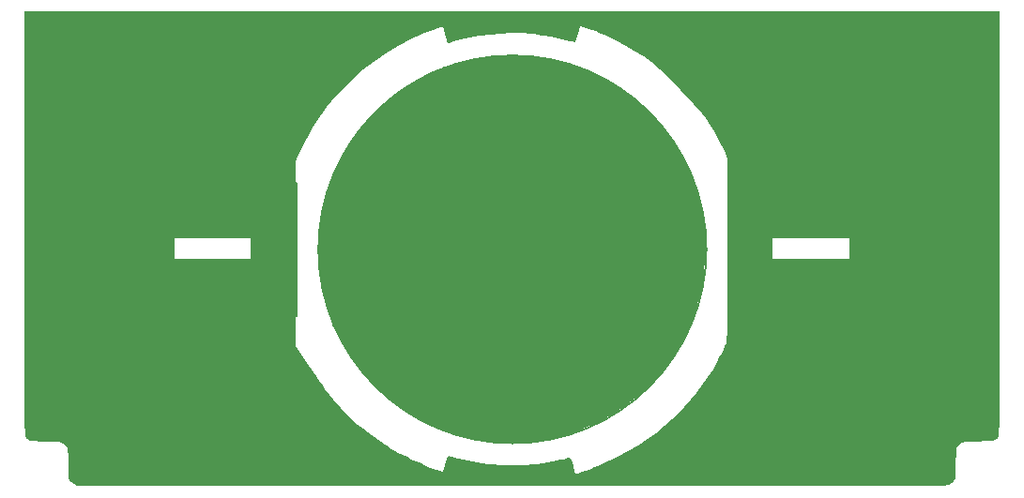
<source format=gto>
G04 (created by PCBNEW (2013-07-07 BZR 4022)-stable) date 21/03/2014 11:29:29*
%MOIN*%
G04 Gerber Fmt 3.4, Leading zero omitted, Abs format*
%FSLAX34Y34*%
G01*
G70*
G90*
G04 APERTURE LIST*
%ADD10C,0.00590551*%
%ADD11C,0.0001*%
G04 APERTURE END LIST*
G54D10*
G54D11*
G36*
X91429Y-49872D02*
X91423Y-57384D01*
X91422Y-58102D01*
X91421Y-58774D01*
X91421Y-59399D01*
X91421Y-59981D01*
X91420Y-60520D01*
X91419Y-61018D01*
X91419Y-61477D01*
X91418Y-61899D01*
X91417Y-62285D01*
X91416Y-62637D01*
X91416Y-62955D01*
X91414Y-63243D01*
X91413Y-63502D01*
X91412Y-63733D01*
X91410Y-63937D01*
X91409Y-64118D01*
X91408Y-64275D01*
X91406Y-64410D01*
X91404Y-64527D01*
X91402Y-64625D01*
X91399Y-64708D01*
X91397Y-64774D01*
X91394Y-64829D01*
X91391Y-64871D01*
X91388Y-64903D01*
X91385Y-64928D01*
X91381Y-64946D01*
X91377Y-64958D01*
X91373Y-64968D01*
X91370Y-64972D01*
X91337Y-65023D01*
X91301Y-65063D01*
X91256Y-65092D01*
X91197Y-65114D01*
X91116Y-65129D01*
X91006Y-65140D01*
X90862Y-65146D01*
X90676Y-65151D01*
X90634Y-65153D01*
X90457Y-65157D01*
X90323Y-65161D01*
X90224Y-65166D01*
X90153Y-65172D01*
X90104Y-65181D01*
X90070Y-65192D01*
X90042Y-65207D01*
X90024Y-65221D01*
X89978Y-65258D01*
X89943Y-65293D01*
X89916Y-65332D01*
X89897Y-65384D01*
X89885Y-65453D01*
X89876Y-65547D01*
X89870Y-65674D01*
X89866Y-65840D01*
X89864Y-65924D01*
X89852Y-66464D01*
X89781Y-66557D01*
X89709Y-66629D01*
X89619Y-66687D01*
X89602Y-66695D01*
X89594Y-66698D01*
X89585Y-66701D01*
X89572Y-66704D01*
X89555Y-66707D01*
X89533Y-66709D01*
X89506Y-66712D01*
X89470Y-66714D01*
X89427Y-66717D01*
X89374Y-66719D01*
X89309Y-66720D01*
X89233Y-66722D01*
X89144Y-66724D01*
X89041Y-66725D01*
X88922Y-66728D01*
X88787Y-66728D01*
X88634Y-66730D01*
X88463Y-66731D01*
X88272Y-66732D01*
X88060Y-66733D01*
X87826Y-66734D01*
X87568Y-66735D01*
X87287Y-66736D01*
X86979Y-66736D01*
X86645Y-66737D01*
X86283Y-66738D01*
X86074Y-66738D01*
X86074Y-58674D01*
X86074Y-58307D01*
X86074Y-57940D01*
X84717Y-57940D01*
X83360Y-57940D01*
X83360Y-58307D01*
X83360Y-58674D01*
X84717Y-58674D01*
X86074Y-58674D01*
X86074Y-66738D01*
X85893Y-66739D01*
X85472Y-66739D01*
X85020Y-66739D01*
X84536Y-66739D01*
X84019Y-66740D01*
X83467Y-66740D01*
X82879Y-66740D01*
X82254Y-66740D01*
X81747Y-66740D01*
X81747Y-55086D01*
X81640Y-54844D01*
X81574Y-54703D01*
X81485Y-54532D01*
X81382Y-54341D01*
X81269Y-54142D01*
X81153Y-53946D01*
X81041Y-53762D01*
X80938Y-53602D01*
X80861Y-53492D01*
X80791Y-53404D01*
X80690Y-53288D01*
X80564Y-53149D01*
X80418Y-52993D01*
X80257Y-52824D01*
X80086Y-52648D01*
X79910Y-52471D01*
X79735Y-52296D01*
X79565Y-52131D01*
X79407Y-51980D01*
X79264Y-51847D01*
X79143Y-51740D01*
X79054Y-51665D01*
X78791Y-51474D01*
X78494Y-51285D01*
X78161Y-51095D01*
X77787Y-50904D01*
X77369Y-50708D01*
X77175Y-50622D01*
X77072Y-50580D01*
X76958Y-50534D01*
X76841Y-50491D01*
X76730Y-50451D01*
X76635Y-50419D01*
X76564Y-50398D01*
X76527Y-50391D01*
X76524Y-50392D01*
X76516Y-50416D01*
X76498Y-50478D01*
X76472Y-50567D01*
X76444Y-50664D01*
X76413Y-50772D01*
X76384Y-50863D01*
X76361Y-50927D01*
X76350Y-50951D01*
X76321Y-50951D01*
X76253Y-50940D01*
X76153Y-50921D01*
X76030Y-50894D01*
X75903Y-50863D01*
X75754Y-50827D01*
X75612Y-50794D01*
X75486Y-50767D01*
X75389Y-50748D01*
X75341Y-50741D01*
X75266Y-50731D01*
X75158Y-50717D01*
X75026Y-50698D01*
X74887Y-50679D01*
X74852Y-50674D01*
X74694Y-50654D01*
X74555Y-50640D01*
X74417Y-50634D01*
X74266Y-50632D01*
X74082Y-50636D01*
X74069Y-50637D01*
X73690Y-50656D01*
X73310Y-50690D01*
X72939Y-50739D01*
X72589Y-50799D01*
X72268Y-50871D01*
X72028Y-50938D01*
X71930Y-50967D01*
X71868Y-50981D01*
X71831Y-50981D01*
X71811Y-50968D01*
X71808Y-50964D01*
X71792Y-50927D01*
X71767Y-50855D01*
X71737Y-50756D01*
X71711Y-50662D01*
X71639Y-50393D01*
X71377Y-50486D01*
X70932Y-50660D01*
X70483Y-50869D01*
X70037Y-51106D01*
X69604Y-51369D01*
X69190Y-51650D01*
X68805Y-51946D01*
X68456Y-52251D01*
X68285Y-52418D01*
X68056Y-52656D01*
X67856Y-52872D01*
X67682Y-53074D01*
X67523Y-53272D01*
X67375Y-53472D01*
X67230Y-53685D01*
X67085Y-53911D01*
X66985Y-54079D01*
X66873Y-54276D01*
X66759Y-54488D01*
X66649Y-54700D01*
X66551Y-54897D01*
X66482Y-55044D01*
X66416Y-55192D01*
X66416Y-58475D01*
X66416Y-61759D01*
X66818Y-62349D01*
X66990Y-62601D01*
X67137Y-62817D01*
X67264Y-62999D01*
X67371Y-63154D01*
X67464Y-63285D01*
X67545Y-63395D01*
X67616Y-63491D01*
X67680Y-63574D01*
X67742Y-63649D01*
X67803Y-63721D01*
X67844Y-63769D01*
X68015Y-63960D01*
X68173Y-64130D01*
X68324Y-64281D01*
X68475Y-64423D01*
X68632Y-64560D01*
X68805Y-64699D01*
X68999Y-64846D01*
X69221Y-65007D01*
X69442Y-65162D01*
X69584Y-65260D01*
X69707Y-65342D01*
X69822Y-65414D01*
X69937Y-65481D01*
X70063Y-65550D01*
X70208Y-65624D01*
X70382Y-65709D01*
X70530Y-65781D01*
X70708Y-65865D01*
X70884Y-65946D01*
X71050Y-66020D01*
X71197Y-66085D01*
X71318Y-66135D01*
X71404Y-66167D01*
X71406Y-66168D01*
X71640Y-66246D01*
X71709Y-65993D01*
X71740Y-65884D01*
X71770Y-65792D01*
X71794Y-65726D01*
X71805Y-65701D01*
X71823Y-65685D01*
X71852Y-65680D01*
X71902Y-65686D01*
X71983Y-65704D01*
X72064Y-65725D01*
X72670Y-65861D01*
X73261Y-65953D01*
X73841Y-65999D01*
X74415Y-65999D01*
X74984Y-65954D01*
X75553Y-65865D01*
X75683Y-65838D01*
X75811Y-65809D01*
X75927Y-65782D01*
X76020Y-65759D01*
X76080Y-65742D01*
X76086Y-65740D01*
X76126Y-65727D01*
X76157Y-65729D01*
X76183Y-65752D01*
X76207Y-65802D01*
X76235Y-65884D01*
X76270Y-66007D01*
X76281Y-66051D01*
X76353Y-66319D01*
X76696Y-66204D01*
X76855Y-66147D01*
X77030Y-66079D01*
X77202Y-66008D01*
X77346Y-65943D01*
X77795Y-65722D01*
X78202Y-65506D01*
X78571Y-65291D01*
X78909Y-65073D01*
X79222Y-64848D01*
X79514Y-64612D01*
X79791Y-64363D01*
X80059Y-64094D01*
X80225Y-63914D01*
X80433Y-63675D01*
X80636Y-63428D01*
X80826Y-63185D01*
X80998Y-62952D01*
X81144Y-62737D01*
X81237Y-62588D01*
X81307Y-62465D01*
X81384Y-62324D01*
X81463Y-62173D01*
X81538Y-62023D01*
X81606Y-61883D01*
X81661Y-61762D01*
X81700Y-61669D01*
X81712Y-61633D01*
X81717Y-61610D01*
X81722Y-61573D01*
X81725Y-61520D01*
X81729Y-61449D01*
X81733Y-61358D01*
X81735Y-61243D01*
X81738Y-61104D01*
X81739Y-60937D01*
X81741Y-60739D01*
X81743Y-60509D01*
X81744Y-60244D01*
X81744Y-59943D01*
X81745Y-59602D01*
X81746Y-59219D01*
X81746Y-58793D01*
X81746Y-58319D01*
X81746Y-58304D01*
X81747Y-55086D01*
X81747Y-66740D01*
X81592Y-66741D01*
X80891Y-66741D01*
X80148Y-66741D01*
X79366Y-66741D01*
X78540Y-66741D01*
X77671Y-66740D01*
X76757Y-66740D01*
X75796Y-66740D01*
X74789Y-66740D01*
X74098Y-66740D01*
X73232Y-66740D01*
X72378Y-66739D01*
X71538Y-66739D01*
X70712Y-66739D01*
X69902Y-66739D01*
X69109Y-66739D01*
X68335Y-66739D01*
X67581Y-66738D01*
X66848Y-66738D01*
X66138Y-66737D01*
X65453Y-66736D01*
X64827Y-66736D01*
X64827Y-58674D01*
X64827Y-58307D01*
X64827Y-57940D01*
X63470Y-57940D01*
X62113Y-57940D01*
X62113Y-58307D01*
X62113Y-58674D01*
X63470Y-58674D01*
X64827Y-58674D01*
X64827Y-66736D01*
X64791Y-66736D01*
X64157Y-66736D01*
X63549Y-66735D01*
X62971Y-66735D01*
X62424Y-66734D01*
X61908Y-66733D01*
X61425Y-66733D01*
X60977Y-66732D01*
X60564Y-66731D01*
X60188Y-66731D01*
X59850Y-66731D01*
X59552Y-66730D01*
X59295Y-66729D01*
X59079Y-66728D01*
X58908Y-66728D01*
X58781Y-66727D01*
X58700Y-66726D01*
X58666Y-66725D01*
X58666Y-66725D01*
X58542Y-66672D01*
X58446Y-66610D01*
X58390Y-66550D01*
X58376Y-66519D01*
X58365Y-66476D01*
X58357Y-66415D01*
X58351Y-66329D01*
X58346Y-66210D01*
X58344Y-66053D01*
X58342Y-65968D01*
X58338Y-65773D01*
X58333Y-65619D01*
X58322Y-65500D01*
X58305Y-65411D01*
X58282Y-65345D01*
X58249Y-65294D01*
X58205Y-65254D01*
X58156Y-65220D01*
X58123Y-65202D01*
X58088Y-65188D01*
X58044Y-65177D01*
X57983Y-65170D01*
X57898Y-65164D01*
X57782Y-65159D01*
X57627Y-65155D01*
X57541Y-65153D01*
X57348Y-65148D01*
X57197Y-65140D01*
X57083Y-65131D01*
X56998Y-65116D01*
X56935Y-65095D01*
X56890Y-65066D01*
X56855Y-65029D01*
X56823Y-64980D01*
X56819Y-64972D01*
X56816Y-64956D01*
X56812Y-64934D01*
X56809Y-64903D01*
X56806Y-64861D01*
X56804Y-64807D01*
X56801Y-64738D01*
X56799Y-64655D01*
X56797Y-64553D01*
X56795Y-64435D01*
X56793Y-64295D01*
X56791Y-64133D01*
X56790Y-63948D01*
X56789Y-63738D01*
X56788Y-63501D01*
X56787Y-63236D01*
X56786Y-62941D01*
X56786Y-62614D01*
X56785Y-62255D01*
X56784Y-61860D01*
X56784Y-61430D01*
X56783Y-60960D01*
X56783Y-60452D01*
X56783Y-59902D01*
X56783Y-59310D01*
X56783Y-58674D01*
X56783Y-57992D01*
X56783Y-57392D01*
X56783Y-49872D01*
X74106Y-49872D01*
X91429Y-49872D01*
X91429Y-49872D01*
X91429Y-49872D01*
G37*
G36*
X80984Y-58089D02*
X80982Y-58394D01*
X80964Y-58729D01*
X80929Y-59088D01*
X80902Y-59308D01*
X80817Y-59781D01*
X80693Y-60258D01*
X80535Y-60731D01*
X80345Y-61190D01*
X80128Y-61627D01*
X79887Y-62030D01*
X79834Y-62109D01*
X79762Y-62214D01*
X79695Y-62312D01*
X79640Y-62392D01*
X79608Y-62439D01*
X79550Y-62516D01*
X79485Y-62591D01*
X79478Y-62598D01*
X79433Y-62647D01*
X79366Y-62723D01*
X79289Y-62814D01*
X79230Y-62886D01*
X79135Y-62994D01*
X79011Y-63122D01*
X78871Y-63261D01*
X78723Y-63400D01*
X78577Y-63532D01*
X78444Y-63645D01*
X78331Y-63733D01*
X78323Y-63739D01*
X78230Y-63805D01*
X78123Y-63883D01*
X78042Y-63942D01*
X77960Y-64000D01*
X77850Y-64072D01*
X77729Y-64147D01*
X77639Y-64201D01*
X77525Y-64269D01*
X77413Y-64335D01*
X77317Y-64391D01*
X77260Y-64426D01*
X77186Y-64465D01*
X77074Y-64517D01*
X76936Y-64578D01*
X76780Y-64643D01*
X76615Y-64710D01*
X76452Y-64774D01*
X76299Y-64831D01*
X76165Y-64877D01*
X76135Y-64887D01*
X76028Y-64919D01*
X75888Y-64955D01*
X75733Y-64991D01*
X75581Y-65024D01*
X75553Y-65030D01*
X75425Y-65057D01*
X75315Y-65080D01*
X75229Y-65100D01*
X75178Y-65112D01*
X75169Y-65116D01*
X75136Y-65124D01*
X75061Y-65134D01*
X74955Y-65144D01*
X74826Y-65155D01*
X74682Y-65166D01*
X74531Y-65176D01*
X74384Y-65185D01*
X74247Y-65192D01*
X74128Y-65196D01*
X74039Y-65198D01*
X74032Y-65198D01*
X73899Y-65194D01*
X73746Y-65187D01*
X73604Y-65177D01*
X73581Y-65175D01*
X73133Y-65123D01*
X72676Y-65040D01*
X72221Y-64928D01*
X71782Y-64792D01*
X71372Y-64634D01*
X71238Y-64575D01*
X71095Y-64508D01*
X70954Y-64438D01*
X70826Y-64372D01*
X70724Y-64317D01*
X70676Y-64287D01*
X70571Y-64223D01*
X70457Y-64156D01*
X70364Y-64105D01*
X70262Y-64044D01*
X70153Y-63970D01*
X70082Y-63915D01*
X69987Y-63839D01*
X69879Y-63758D01*
X69804Y-63704D01*
X69735Y-63651D01*
X69639Y-63567D01*
X69525Y-63461D01*
X69397Y-63338D01*
X69262Y-63205D01*
X69127Y-63070D01*
X68998Y-62938D01*
X68882Y-62815D01*
X68786Y-62709D01*
X68717Y-62626D01*
X68695Y-62597D01*
X68624Y-62497D01*
X68543Y-62385D01*
X68483Y-62305D01*
X68433Y-62238D01*
X68393Y-62181D01*
X68354Y-62126D01*
X68313Y-62060D01*
X68261Y-61975D01*
X68192Y-61859D01*
X68177Y-61835D01*
X68091Y-61691D01*
X68027Y-61581D01*
X67982Y-61500D01*
X67951Y-61441D01*
X67933Y-61398D01*
X67922Y-61363D01*
X67920Y-61358D01*
X67896Y-61298D01*
X67870Y-61264D01*
X67839Y-61215D01*
X67834Y-61187D01*
X67818Y-61138D01*
X67810Y-61127D01*
X67810Y-61008D01*
X67798Y-60996D01*
X67786Y-61008D01*
X67798Y-61021D01*
X67810Y-61008D01*
X67810Y-61127D01*
X67779Y-61085D01*
X67753Y-61054D01*
X67729Y-61014D01*
X67705Y-60953D01*
X67677Y-60865D01*
X67641Y-60739D01*
X67627Y-60694D01*
X67603Y-60609D01*
X67570Y-60496D01*
X67530Y-60361D01*
X67487Y-60213D01*
X67483Y-60199D01*
X67343Y-59635D01*
X67251Y-59061D01*
X67211Y-58575D01*
X67207Y-58435D01*
X67209Y-58267D01*
X67214Y-58079D01*
X67223Y-57882D01*
X67236Y-57686D01*
X67250Y-57499D01*
X67267Y-57332D01*
X67285Y-57194D01*
X67303Y-57093D01*
X67305Y-57084D01*
X67328Y-56987D01*
X67349Y-56892D01*
X67357Y-56852D01*
X67375Y-56764D01*
X67407Y-56643D01*
X67447Y-56497D01*
X67494Y-56339D01*
X67543Y-56180D01*
X67592Y-56031D01*
X67636Y-55903D01*
X67652Y-55859D01*
X67757Y-55608D01*
X67886Y-55333D01*
X68033Y-55051D01*
X68191Y-54772D01*
X68352Y-54511D01*
X68381Y-54469D01*
X68527Y-54257D01*
X68692Y-54040D01*
X68867Y-53824D01*
X69047Y-53617D01*
X69225Y-53425D01*
X69395Y-53255D01*
X69551Y-53114D01*
X69668Y-53023D01*
X69758Y-52958D01*
X69862Y-52880D01*
X69960Y-52805D01*
X69961Y-52804D01*
X70090Y-52705D01*
X70192Y-52628D01*
X70279Y-52566D01*
X70364Y-52509D01*
X70458Y-52451D01*
X70572Y-52382D01*
X70573Y-52382D01*
X70673Y-52324D01*
X70788Y-52261D01*
X70909Y-52195D01*
X71029Y-52133D01*
X71137Y-52078D01*
X71227Y-52034D01*
X71291Y-52006D01*
X71316Y-51999D01*
X71344Y-51989D01*
X71404Y-51964D01*
X71481Y-51928D01*
X71483Y-51926D01*
X71572Y-51890D01*
X71698Y-51846D01*
X71851Y-51795D01*
X72020Y-51743D01*
X72198Y-51692D01*
X72372Y-51644D01*
X72532Y-51603D01*
X72639Y-51579D01*
X72833Y-51538D01*
X72994Y-51507D01*
X73135Y-51483D01*
X73272Y-51466D01*
X73419Y-51452D01*
X73589Y-51441D01*
X73715Y-51433D01*
X74011Y-51422D01*
X74283Y-51420D01*
X74541Y-51432D01*
X74801Y-51456D01*
X75075Y-51495D01*
X75378Y-51549D01*
X75488Y-51571D01*
X75665Y-51606D01*
X75802Y-51635D01*
X75905Y-51657D01*
X75981Y-51675D01*
X76037Y-51691D01*
X76080Y-51705D01*
X76116Y-51719D01*
X76175Y-51743D01*
X76267Y-51777D01*
X76381Y-51820D01*
X76503Y-51864D01*
X76507Y-51865D01*
X76648Y-51919D01*
X76813Y-51986D01*
X76980Y-52059D01*
X77130Y-52128D01*
X77131Y-52128D01*
X77277Y-52204D01*
X77450Y-52302D01*
X77640Y-52416D01*
X77837Y-52539D01*
X78029Y-52665D01*
X78205Y-52786D01*
X78356Y-52896D01*
X78433Y-52958D01*
X78496Y-53012D01*
X78582Y-53090D01*
X78682Y-53185D01*
X78793Y-53292D01*
X78909Y-53406D01*
X79025Y-53521D01*
X79136Y-53632D01*
X79236Y-53734D01*
X79320Y-53822D01*
X79382Y-53890D01*
X79418Y-53932D01*
X79424Y-53943D01*
X79440Y-53976D01*
X79481Y-54023D01*
X79488Y-54030D01*
X79540Y-54087D01*
X79611Y-54180D01*
X79696Y-54301D01*
X79790Y-54443D01*
X79889Y-54597D01*
X79987Y-54757D01*
X80080Y-54914D01*
X80164Y-55062D01*
X80233Y-55193D01*
X80256Y-55238D01*
X80349Y-55435D01*
X80424Y-55597D01*
X80485Y-55738D01*
X80536Y-55867D01*
X80583Y-55994D01*
X80627Y-56130D01*
X80670Y-56266D01*
X80737Y-56497D01*
X80792Y-56703D01*
X80838Y-56898D01*
X80875Y-57093D01*
X80907Y-57301D01*
X80937Y-57532D01*
X80965Y-57801D01*
X80968Y-57823D01*
X80984Y-58089D01*
X80984Y-58089D01*
X80984Y-58089D01*
G37*
G54D10*
X81003Y-58326D02*
G75*
G03X81003Y-58326I-6889J0D01*
G74*
G01*
X88779Y-51968D02*
G75*
G03X88779Y-51968I-196J0D01*
G74*
G01*
X81791Y-55964D02*
X87696Y-55964D01*
X87696Y-55964D02*
X87696Y-60688D01*
X87696Y-60688D02*
X81791Y-60688D01*
X81791Y-60688D02*
X81791Y-55964D01*
X66437Y-60688D02*
X60531Y-60688D01*
X60531Y-60688D02*
X60531Y-55964D01*
X60531Y-55964D02*
X66437Y-55964D01*
X66437Y-55964D02*
X66437Y-60688D01*
M02*

</source>
